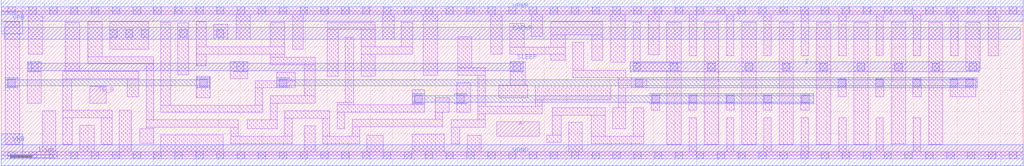
<source format=lef>
# Copyright 2020 The SkyWater PDK Authors
#
# Licensed under the Apache License, Version 2.0 (the "License");
# you may not use this file except in compliance with the License.
# You may obtain a copy of the License at
#
#     https://www.apache.org/licenses/LICENSE-2.0
#
# Unless required by applicable law or agreed to in writing, software
# distributed under the License is distributed on an "AS IS" BASIS,
# WITHOUT WARRANTIES OR CONDITIONS OF ANY KIND, either express or implied.
# See the License for the specific language governing permissions and
# limitations under the License.
#
# SPDX-License-Identifier: Apache-2.0

VERSION 5.5 ;
NAMESCASESENSITIVE ON ;
BUSBITCHARS "[]" ;
DIVIDERCHAR "/" ;
MACRO sky130_fd_sc_lp__busdrivernovlpsleep_20
  CLASS CORE ;
  SOURCE USER ;
  ORIGIN  0.000000  0.000000 ;
  SIZE  23.52000 BY  3.330000 ;
  SYMMETRY X Y ;
  SITE unit ;
  PIN A
    ANTENNAGATEAREA  1.260000 ;
    DIRECTION INPUT ;
    USE SIGNAL ;
    PORT
      LAYER li1 ;
        RECT 11.400000 0.440000 12.385000 0.770000 ;
    END
  END A
  PIN SLEEP
    ANTENNAGATEAREA  1.228000 ;
    DIRECTION INPUT ;
    USE SIGNAL ;
    PORT
      LAYER met1 ;
        RECT  0.625000 1.920000  0.915000 1.950000 ;
        RECT  0.625000 1.950000 12.010000 2.120000 ;
        RECT  0.625000 2.120000  0.915000 2.150000 ;
        RECT  5.355000 1.920000  5.645000 1.950000 ;
        RECT  5.355000 2.120000  5.645000 2.150000 ;
        RECT 11.720000 1.920000 12.010000 1.950000 ;
        RECT 11.720000 2.120000 12.010000 2.150000 ;
    END
  END SLEEP
  PIN TE_B
    ANTENNAGATEAREA  0.348000 ;
    DIRECTION INPUT ;
    USE SIGNAL ;
    PORT
      LAYER li1 ;
        RECT 2.035000 1.200000 2.415000 1.590000 ;
    END
  END TE_B
  PIN Z
    ANTENNADIFFAREA  4.968000 ;
    DIRECTION OUTPUT ;
    USE SIGNAL ;
    PORT
      LAYER met1 ;
        RECT 14.480000 1.920000 22.510000 2.150000 ;
    END
  END Z
  PIN KAPWR
    DIRECTION INOUT ;
    USE POWER ;
    PORT
      LAYER met1 ;
        RECT 0.070000 2.675000 23.450000 2.945000 ;
    END
  END KAPWR
  PIN VGND
    DIRECTION INOUT ;
    USE GROUND ;
    PORT
      LAYER met1 ;
        RECT 0.000000 -0.245000 23.520000 0.245000 ;
    END
  END VGND
  PIN VNB
    DIRECTION INOUT ;
    USE GROUND ;
    PORT
    END
  END VNB
  PIN VPB
    DIRECTION INOUT ;
    USE POWER ;
    PORT
    END
  END VPB
  PIN VNB
    DIRECTION INOUT ;
    USE GROUND ;
    PORT
      LAYER met1 ;
        RECT 0.000000 0.000000 0.500000 0.500000 ;
    END
  END VNB
  PIN VPB
    DIRECTION INOUT ;
    USE POWER ;
    PORT
      LAYER met1 ;
        RECT 0.000000 2.800000 0.500000 3.300000 ;
    END
  END VPB
  PIN VPWR
    DIRECTION INOUT ;
    USE POWER ;
    PORT
      LAYER met1 ;
        RECT 0.000000 3.085000 23.520000 3.575000 ;
    END
  END VPWR
  OBS
    LAYER li1 ;
      RECT  0.000000 -0.085000 23.520000 0.085000 ;
      RECT  0.000000  3.245000 23.520000 3.415000 ;
      RECT  0.095000  0.255000  0.425000 3.075000 ;
      RECT  0.595000  1.200000  0.925000 2.150000 ;
      RECT  0.625000  2.320000  0.955000 3.245000 ;
      RECT  0.945000  0.085000  1.250000 1.020000 ;
      RECT  1.420000  0.255000  1.635000 0.860000 ;
      RECT  1.420000  0.860000  2.550000 1.030000 ;
      RECT  1.420000  1.030000  1.625000 1.760000 ;
      RECT  1.420000  1.760000  3.165000 1.930000 ;
      RECT  1.475000  1.930000  1.805000 3.065000 ;
      RECT  1.805000  0.085000  2.135000 0.690000 ;
      RECT  1.995000  2.100000  3.505000 2.270000 ;
      RECT  1.995000  2.270000  2.325000 3.075000 ;
      RECT  2.305000  0.255000  2.550000 0.860000 ;
      RECT  2.495000  2.440000  3.400000 3.075000 ;
      RECT  2.720000  0.085000  2.995000 1.040000 ;
      RECT  2.900000  1.345000  3.165000 1.760000 ;
      RECT  3.185000  0.275000  3.505000 0.605000 ;
      RECT  3.335000  0.605000  3.505000 0.645000 ;
      RECT  3.335000  0.645000  5.455000 0.815000 ;
      RECT  3.335000  0.815000  3.505000 2.100000 ;
      RECT  3.675000  0.085000  5.110000 0.475000 ;
      RECT  3.675000  0.985000  6.015000 1.155000 ;
      RECT  3.675000  1.155000  3.895000 3.065000 ;
      RECT  4.065000  1.850000  4.315000 3.045000 ;
      RECT  4.485000  1.325000  4.815000 1.815000 ;
      RECT  4.485000  2.060000  4.715000 2.325000 ;
      RECT  4.485000  2.325000  6.525000 2.495000 ;
      RECT  4.485000  2.495000  4.715000 3.070000 ;
      RECT  4.885000  2.665000  5.215000 3.015000 ;
      RECT  5.270000  1.765000  5.675000 2.155000 ;
      RECT  5.285000  0.265000  6.695000 0.435000 ;
      RECT  5.285000  0.435000  5.455000 0.645000 ;
      RECT  5.405000  2.665000  5.735000 3.245000 ;
      RECT  5.660000  0.605000  6.355000 0.815000 ;
      RECT  5.845000  1.155000  6.015000 1.550000 ;
      RECT  5.845000  1.550000  6.760000 1.720000 ;
      RECT  6.185000  0.815000  6.355000 1.200000 ;
      RECT  6.185000  1.200000  7.230000 1.370000 ;
      RECT  6.195000  2.085000  7.230000 2.255000 ;
      RECT  6.195000  2.255000  6.525000 2.325000 ;
      RECT  6.195000  2.495000  6.525000 3.065000 ;
      RECT  6.335000  1.720000  6.760000 1.905000 ;
      RECT  6.525000  0.435000  6.695000 0.850000 ;
      RECT  6.525000  0.850000  7.565000 1.020000 ;
      RECT  6.705000  2.435000  6.955000 3.245000 ;
      RECT  6.970000  1.370000  7.230000 2.085000 ;
      RECT  6.975000  0.085000  7.225000 0.680000 ;
      RECT  7.395000  0.265000  8.245000 0.435000 ;
      RECT  7.395000  0.435000  7.565000 0.850000 ;
      RECT  7.500000  1.815000  7.750000 2.895000 ;
      RECT  7.500000  2.895000  8.610000 3.065000 ;
      RECT  7.735000  0.605000  7.905000 0.995000 ;
      RECT  7.735000  0.995000  9.745000 1.165000 ;
      RECT  7.735000  1.165000  8.110000 1.225000 ;
      RECT  7.920000  1.225000  8.110000 2.715000 ;
      RECT  8.075000  0.435000  8.245000 0.655000 ;
      RECT  8.075000  0.655000 10.155000 0.825000 ;
      RECT  8.280000  1.815000  8.610000 2.320000 ;
      RECT  8.280000  2.320000  9.470000 2.500000 ;
      RECT  8.280000  2.500000  8.610000 2.895000 ;
      RECT  8.415000  0.085000  8.785000 0.465000 ;
      RECT  8.780000  2.670000  9.040000 3.245000 ;
      RECT  9.210000  2.500000  9.470000 3.065000 ;
      RECT  9.455000  0.085000 10.190000 0.485000 ;
      RECT  9.455000  1.165000  9.745000 1.505000 ;
      RECT  9.710000  1.845000 10.040000 3.245000 ;
      RECT  9.985000  0.825000 10.155000 0.995000 ;
      RECT  9.985000  0.995000 10.315000 1.325000 ;
      RECT 10.360000  0.265000 10.550000 0.645000 ;
      RECT 10.360000  0.645000 11.140000 0.815000 ;
      RECT 10.485000  0.995000 10.800000 1.665000 ;
      RECT 10.500000  1.845000 11.140000 2.015000 ;
      RECT 10.500000  2.015000 10.830000 2.725000 ;
      RECT 10.720000  0.085000 11.050000 0.465000 ;
      RECT 10.970000  0.815000 11.140000 0.955000 ;
      RECT 10.970000  0.955000 12.455000 1.130000 ;
      RECT 10.970000  1.130000 11.140000 1.845000 ;
      RECT 11.270000  2.320000 11.530000 3.245000 ;
      RECT 11.445000  1.325000 12.115000 1.615000 ;
      RECT 11.700000  2.320000 12.980000 2.490000 ;
      RECT 11.700000  2.490000 12.030000 3.035000 ;
      RECT 11.710000  1.615000 12.055000 2.150000 ;
      RECT 12.200000  2.735000 12.460000 3.245000 ;
      RECT 12.285000  1.130000 12.455000 1.275000 ;
      RECT 12.285000  1.275000 14.030000 1.605000 ;
      RECT 12.555000  0.295000 12.885000 0.465000 ;
      RECT 12.650000  2.185000 12.980000 2.320000 ;
      RECT 12.650000  2.490000 12.980000 2.775000 ;
      RECT 12.650000  2.775000 13.840000 3.075000 ;
      RECT 12.680000  0.465000 12.885000 0.925000 ;
      RECT 12.680000  0.925000 13.905000 1.095000 ;
      RECT 13.055000  0.085000 13.365000 0.755000 ;
      RECT 13.150000  1.785000 14.370000 1.955000 ;
      RECT 13.150000  1.955000 13.410000 2.605000 ;
      RECT 13.575000  0.265000 14.790000 0.435000 ;
      RECT 13.575000  0.435000 13.905000 0.925000 ;
      RECT 13.590000  2.185000 13.840000 2.775000 ;
      RECT 14.025000  2.135000 14.360000 3.245000 ;
      RECT 14.075000  0.615000 14.370000 1.095000 ;
      RECT 14.200000  1.095000 14.370000 1.550000 ;
      RECT 14.200000  1.550000 14.860000 1.780000 ;
      RECT 14.200000  1.780000 14.370000 1.785000 ;
      RECT 14.540000  0.435000 14.790000 1.095000 ;
      RECT 14.540000  1.950000 15.650000 2.130000 ;
      RECT 14.540000  2.130000 14.710000 3.065000 ;
      RECT 14.890000  2.310000 15.140000 3.245000 ;
      RECT 14.960000  1.035000 15.150000 1.410000 ;
      RECT 15.320000  0.255000 15.650000 1.950000 ;
      RECT 15.320000  2.130000 15.650000 3.065000 ;
      RECT 15.820000  1.035000 16.010000 1.410000 ;
      RECT 15.830000  0.085000 16.000000 0.865000 ;
      RECT 15.830000  2.290000 16.000000 3.245000 ;
      RECT 16.180000  0.255000 16.510000 3.065000 ;
      RECT 16.680000  1.035000 16.870000 1.410000 ;
      RECT 16.690000  0.085000 16.860000 0.865000 ;
      RECT 16.690000  2.290000 16.860000 3.245000 ;
      RECT 17.040000  0.255000 17.370000 3.065000 ;
      RECT 17.540000  1.035000 17.730000 1.410000 ;
      RECT 17.550000  0.085000 17.720000 0.865000 ;
      RECT 17.550000  2.290000 17.720000 3.245000 ;
      RECT 17.900000  0.255000 18.230000 3.065000 ;
      RECT 18.400000  1.035000 18.590000 1.410000 ;
      RECT 18.410000  0.085000 18.580000 0.865000 ;
      RECT 18.410000  2.290000 18.580000 3.245000 ;
      RECT 18.760000  0.255000 19.090000 3.065000 ;
      RECT 19.260000  1.345000 19.450000 1.760000 ;
      RECT 19.270000  0.085000 19.440000 0.865000 ;
      RECT 19.270000  2.290000 19.440000 3.245000 ;
      RECT 19.620000  0.255000 19.950000 3.065000 ;
      RECT 20.120000  1.345000 20.310000 1.760000 ;
      RECT 20.130000  0.085000 20.300000 0.865000 ;
      RECT 20.130000  2.290000 20.300000 3.245000 ;
      RECT 20.480000  0.260000 20.810000 3.065000 ;
      RECT 20.980000  1.345000 21.170000 1.760000 ;
      RECT 20.990000  0.085000 21.160000 0.865000 ;
      RECT 20.990000  2.290000 21.160000 3.245000 ;
      RECT 21.340000  0.255000 21.670000 3.065000 ;
      RECT 21.840000  1.345000 22.430000 1.760000 ;
      RECT 21.850000  2.290000 22.020000 3.245000 ;
      RECT 22.200000  1.940000 22.530000 3.065000 ;
      RECT 22.710000  2.290000 22.960000 3.245000 ;
    LAYER mcon ;
      RECT  0.155000 -0.085000  0.325000 0.085000 ;
      RECT  0.155000  1.580000  0.325000 1.750000 ;
      RECT  0.155000  3.245000  0.325000 3.415000 ;
      RECT  0.635000 -0.085000  0.805000 0.085000 ;
      RECT  0.635000  3.245000  0.805000 3.415000 ;
      RECT  0.685000  1.950000  0.855000 2.120000 ;
      RECT  1.115000 -0.085000  1.285000 0.085000 ;
      RECT  1.115000  3.245000  1.285000 3.415000 ;
      RECT  1.595000 -0.085000  1.765000 0.085000 ;
      RECT  1.595000  3.245000  1.765000 3.415000 ;
      RECT  2.075000 -0.085000  2.245000 0.085000 ;
      RECT  2.075000  3.245000  2.245000 3.415000 ;
      RECT  2.500000  2.715000  2.670000 2.885000 ;
      RECT  2.555000 -0.085000  2.725000 0.085000 ;
      RECT  2.555000  3.245000  2.725000 3.415000 ;
      RECT  2.860000  2.715000  3.030000 2.885000 ;
      RECT  3.035000 -0.085000  3.205000 0.085000 ;
      RECT  3.035000  3.245000  3.205000 3.415000 ;
      RECT  3.220000  2.715000  3.390000 2.885000 ;
      RECT  3.515000 -0.085000  3.685000 0.085000 ;
      RECT  3.515000  3.245000  3.685000 3.415000 ;
      RECT  3.995000 -0.085000  4.165000 0.085000 ;
      RECT  3.995000 -0.085000  4.165000 0.085000 ;
      RECT  3.995000  3.245000  4.165000 3.415000 ;
      RECT  4.105000  2.715000  4.275000 2.885000 ;
      RECT  4.475000 -0.085000  4.645000 0.085000 ;
      RECT  4.475000 -0.085000  4.645000 0.085000 ;
      RECT  4.475000  3.245000  4.645000 3.415000 ;
      RECT  4.565000  1.580000  4.735000 1.750000 ;
      RECT  4.955000 -0.085000  5.125000 0.085000 ;
      RECT  4.955000  2.715000  5.125000 2.885000 ;
      RECT  4.955000  3.245000  5.125000 3.415000 ;
      RECT  5.415000  1.950000  5.585000 2.120000 ;
      RECT  5.435000 -0.085000  5.605000 0.085000 ;
      RECT  5.435000  3.245000  5.605000 3.415000 ;
      RECT  5.915000 -0.085000  6.085000 0.085000 ;
      RECT  5.915000  3.245000  6.085000 3.415000 ;
      RECT  6.395000 -0.085000  6.565000 0.085000 ;
      RECT  6.395000  1.580000  6.565000 1.750000 ;
      RECT  6.395000  3.245000  6.565000 3.415000 ;
      RECT  6.875000 -0.085000  7.045000 0.085000 ;
      RECT  6.875000  3.245000  7.045000 3.415000 ;
      RECT  7.355000 -0.085000  7.525000 0.085000 ;
      RECT  7.355000  3.245000  7.525000 3.415000 ;
      RECT  7.835000 -0.085000  8.005000 0.085000 ;
      RECT  7.835000  3.245000  8.005000 3.415000 ;
      RECT  8.315000 -0.085000  8.485000 0.085000 ;
      RECT  8.315000  3.245000  8.485000 3.415000 ;
      RECT  8.795000 -0.085000  8.965000 0.085000 ;
      RECT  8.795000  3.245000  8.965000 3.415000 ;
      RECT  9.275000 -0.085000  9.445000 0.085000 ;
      RECT  9.275000  3.245000  9.445000 3.415000 ;
      RECT  9.515000  1.210000  9.685000 1.380000 ;
      RECT  9.755000 -0.085000  9.925000 0.085000 ;
      RECT  9.755000  3.245000  9.925000 3.415000 ;
      RECT 10.235000 -0.085000 10.405000 0.085000 ;
      RECT 10.235000  3.245000 10.405000 3.415000 ;
      RECT 10.485000  1.210000 10.655000 1.380000 ;
      RECT 10.715000 -0.085000 10.885000 0.085000 ;
      RECT 10.715000  3.245000 10.885000 3.415000 ;
      RECT 11.195000 -0.085000 11.365000 0.085000 ;
      RECT 11.195000  3.245000 11.365000 3.415000 ;
      RECT 11.675000 -0.085000 11.845000 0.085000 ;
      RECT 11.675000  3.245000 11.845000 3.415000 ;
      RECT 11.780000  1.950000 11.950000 2.120000 ;
      RECT 12.155000 -0.085000 12.325000 0.085000 ;
      RECT 12.155000  3.245000 12.325000 3.415000 ;
      RECT 12.635000 -0.085000 12.805000 0.085000 ;
      RECT 12.635000  3.245000 12.805000 3.415000 ;
      RECT 13.115000 -0.085000 13.285000 0.085000 ;
      RECT 13.115000  3.245000 13.285000 3.415000 ;
      RECT 13.595000 -0.085000 13.765000 0.085000 ;
      RECT 13.595000  3.245000 13.765000 3.415000 ;
      RECT 14.075000 -0.085000 14.245000 0.085000 ;
      RECT 14.075000  3.245000 14.245000 3.415000 ;
      RECT 14.540000  1.950000 14.710000 2.120000 ;
      RECT 14.555000 -0.085000 14.725000 0.085000 ;
      RECT 14.555000  3.245000 14.725000 3.415000 ;
      RECT 14.595000  1.580000 14.765000 1.750000 ;
      RECT 14.980000  1.210000 15.150000 1.380000 ;
      RECT 15.035000 -0.085000 15.205000 0.085000 ;
      RECT 15.035000  3.245000 15.205000 3.415000 ;
      RECT 15.400000  1.950000 15.570000 2.120000 ;
      RECT 15.515000 -0.085000 15.685000 0.085000 ;
      RECT 15.515000  3.245000 15.685000 3.415000 ;
      RECT 15.840000  1.210000 16.010000 1.380000 ;
      RECT 15.995000 -0.085000 16.165000 0.085000 ;
      RECT 15.995000  3.245000 16.165000 3.415000 ;
      RECT 16.260000  1.950000 16.430000 2.120000 ;
      RECT 16.475000 -0.085000 16.645000 0.085000 ;
      RECT 16.475000  3.245000 16.645000 3.415000 ;
      RECT 16.700000  1.210000 16.870000 1.380000 ;
      RECT 16.955000 -0.085000 17.125000 0.085000 ;
      RECT 16.955000  3.245000 17.125000 3.415000 ;
      RECT 17.120000  1.950000 17.290000 2.120000 ;
      RECT 17.435000 -0.085000 17.605000 0.085000 ;
      RECT 17.435000  3.245000 17.605000 3.415000 ;
      RECT 17.560000  1.210000 17.730000 1.380000 ;
      RECT 17.915000 -0.085000 18.085000 0.085000 ;
      RECT 17.915000  3.245000 18.085000 3.415000 ;
      RECT 17.980000  1.950000 18.150000 2.120000 ;
      RECT 18.395000 -0.085000 18.565000 0.085000 ;
      RECT 18.395000  3.245000 18.565000 3.415000 ;
      RECT 18.420000  1.210000 18.590000 1.380000 ;
      RECT 18.840000  1.950000 19.010000 2.120000 ;
      RECT 18.875000 -0.085000 19.045000 0.085000 ;
      RECT 18.875000  3.245000 19.045000 3.415000 ;
      RECT 19.260000  1.580000 19.430000 1.750000 ;
      RECT 19.355000 -0.085000 19.525000 0.085000 ;
      RECT 19.355000  3.245000 19.525000 3.415000 ;
      RECT 19.700000  1.950000 19.870000 2.120000 ;
      RECT 19.835000 -0.085000 20.005000 0.085000 ;
      RECT 19.835000  3.245000 20.005000 3.415000 ;
      RECT 20.120000  1.580000 20.290000 1.750000 ;
      RECT 20.315000 -0.085000 20.485000 0.085000 ;
      RECT 20.315000  3.245000 20.485000 3.415000 ;
      RECT 20.560000  1.950000 20.730000 2.120000 ;
      RECT 20.795000 -0.085000 20.965000 0.085000 ;
      RECT 20.795000  3.245000 20.965000 3.415000 ;
      RECT 20.980000  1.580000 21.150000 1.750000 ;
      RECT 21.275000 -0.085000 21.445000 0.085000 ;
      RECT 21.275000  3.245000 21.445000 3.415000 ;
      RECT 21.420000  1.950000 21.590000 2.120000 ;
      RECT 21.755000 -0.085000 21.925000 0.085000 ;
      RECT 21.755000  3.245000 21.925000 3.415000 ;
      RECT 21.840000  1.580000 22.010000 1.750000 ;
      RECT 22.200000  1.580000 22.370000 1.750000 ;
      RECT 22.235000 -0.085000 22.405000 0.085000 ;
      RECT 22.235000  3.245000 22.405000 3.415000 ;
      RECT 22.280000  1.950000 22.450000 2.120000 ;
      RECT 22.715000 -0.085000 22.885000 0.085000 ;
      RECT 22.715000  3.245000 22.885000 3.415000 ;
      RECT 23.195000 -0.085000 23.365000 0.085000 ;
      RECT 23.195000  3.245000 23.365000 3.415000 ;
    LAYER met1 ;
      RECT  0.095000 1.550000  0.385000 1.595000 ;
      RECT  0.095000 1.595000  4.795000 1.735000 ;
      RECT  0.095000 1.735000  0.385000 1.780000 ;
      RECT  4.505000 1.550000  4.795000 1.595000 ;
      RECT  4.505000 1.735000  4.795000 1.780000 ;
      RECT  6.335000 1.550000  6.625000 1.595000 ;
      RECT  6.335000 1.595000 22.465000 1.735000 ;
      RECT  6.335000 1.735000  6.625000 1.780000 ;
      RECT  9.455000 1.180000  9.745000 1.225000 ;
      RECT  9.455000 1.225000 18.695000 1.365000 ;
      RECT  9.455000 1.365000  9.745000 1.410000 ;
      RECT 10.425000 1.180000 10.715000 1.225000 ;
      RECT 10.425000 1.365000 10.715000 1.410000 ;
      RECT 14.500000 1.735000 22.465000 1.780000 ;
      RECT 14.505000 1.550000 22.465000 1.595000 ;
      RECT 14.920000 1.180000 18.695000 1.225000 ;
      RECT 14.920000 1.365000 18.695000 1.410000 ;
  END
END sky130_fd_sc_lp__busdrivernovlpsleep_20
END LIBRARY

</source>
